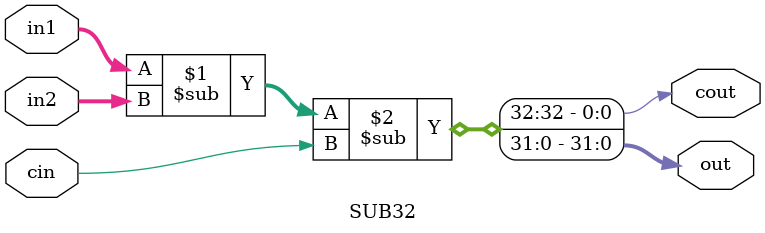
<source format=v>
module SUB32 #(parameter SIZE = 32)(input [SIZE-1:0] in1, in2, 
    input cin, output [SIZE-1:0] out, output cout);
assign {cout, out} = in1 - in2 - cin;
endmodule
</source>
